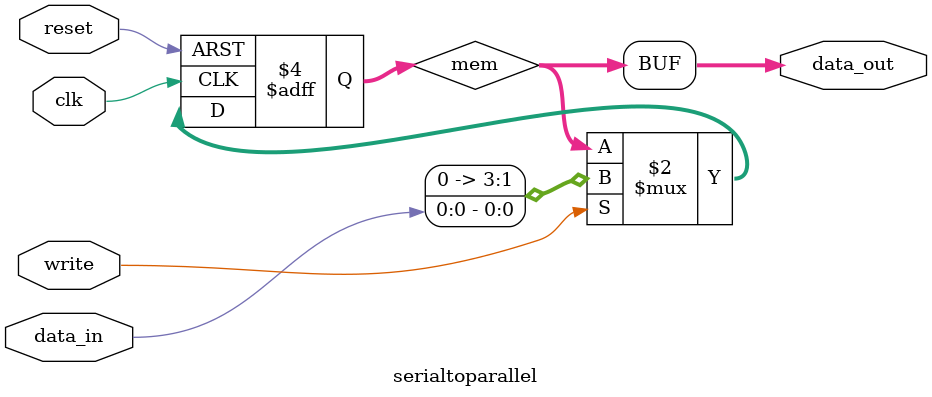
<source format=sv>
module serialtoparallel (
    input logic reset,
    input logic write,
    input logic data_in,
    input logic clk,
    output wire [3:0] data_out
);

    logic [3:0] mem;

    always_ff @(posedge clk or posedge reset)
    begin
        if (reset) begin
            mem <= 4'b0000;
        end else if (write) begin
            mem <= data_in;
        end
    end

    assign data_out = mem;

endmodule

</source>
